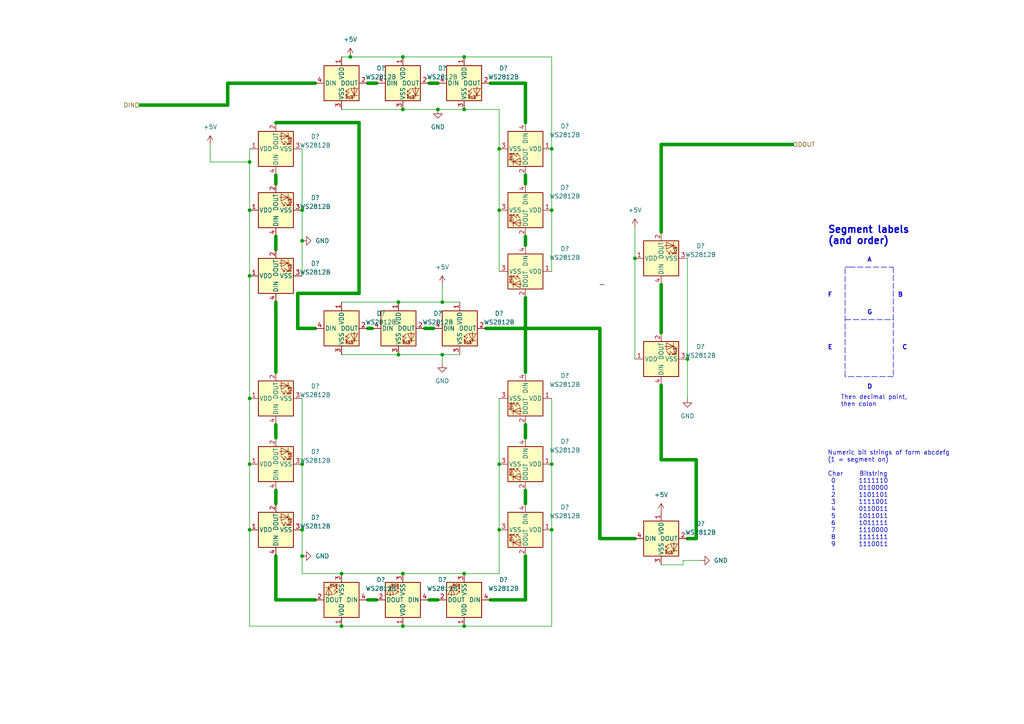
<source format=kicad_sch>
(kicad_sch (version 20211123) (generator eeschema)
  (paper "A4")
  (title_block (title "KOALA Clock - Digit") (company "M Chilcott") (comment 1 "6 Identical Digits in Clock"))
  (lib_symbols
    (symbol "LED:WS2812B" (pin_names (offset 0.254))
      (property "Reference" "D" (at 5.08 5.715 0))
      (property "Value" "WS2812B" (at 1.27 -5.715 0))
      (symbol "WS2812B_0_0"
        (text "RGB" (at 2.286 -4.191 0) (effects (font (size 0.762 0.762))))
      )
      (symbol "WS2812B_0_1"
        (polyline (pts (xy 1.27 -3.556) (xy 1.778 -3.556)))
        (polyline (pts (xy 1.27 -2.54) (xy 1.778 -2.54)))
        (polyline (pts (xy 4.699 -3.556) (xy 2.667 -3.556)))
        (polyline (pts (xy 2.286 -2.54) (xy 1.27 -3.556) (xy 1.27 -3.048)))
        (polyline (pts (xy 2.286 -1.524) (xy 1.27 -2.54) (xy 1.27 -2.032)))
        (polyline (pts (xy 3.683 -1.016) (xy 3.683 -3.556) (xy 3.683 -4.064)))
        (polyline (pts (xy 4.699 -1.524) (xy 2.667 -1.524) (xy 3.683 -3.556) (xy 4.699 -1.524)))
        (rectangle (start 5.08 5.08) (end -5.08 -5.08) (stroke (width 0.254)) (fill (type background)))
      )
      (symbol "WS2812B_1_1"
        (pin power_in line (at 0 7.62 270) (length 2.54) (name "VDD") (number "1"))
        (pin output line (at 7.62 0 180) (length 2.54) (name "DOUT") (number "2"))
        (pin power_in line (at 0 -7.62 90) (length 2.54) (name "VSS") (number "3"))
        (pin input line (at -7.62 0 0) (length 2.54) (name "DIN") (number "4"))
      )
    )
    (symbol "power:+5V" (power) (pin_names (offset 0))
      (property "Value" "+5V" (at 0 3.556 0))
      (symbol "+5V_0_1"
        (polyline (pts (xy -0.762 1.27) (xy 0 2.54)))
        (polyline (pts (xy 0 0) (xy 0 2.54)))
        (polyline (pts (xy 0 2.54) (xy 0.762 1.27)))
      )
      (symbol "+5V_1_1"
        (pin power_in line (at 0 0 90) (length 0) hide (name "+5V") (number "1"))
      )
    )
    (symbol "power:GND" (power) (pin_names (offset 0))
      (property "Value" "GND" (at 0 -3.81 0))
      (symbol "GND_0_1"
        (polyline (pts (xy 0 0) (xy 0 -1.27) (xy 1.27 -1.27) (xy 0 -2.54) (xy -1.27 -1.27) (xy 0 -1.27)))
      )
      (symbol "GND_1_1"
        (pin power_in line (at 0 0 270) (length 0) hide (name "GND") (number "1"))
      )
    )
  )
  (junction (at 144.78 43.18))
  (junction (at 116.84 166.37))
  (junction (at 160.02 134.62))
  (junction (at 99.06 181.61))
  (junction (at 87.63 161.29))
  (junction (at 128.27 87.63))
  (junction (at 184.15 74.93))
  (junction (at 101.6 16.51))
  (junction (at 87.63 153.67))
  (junction (at 160.02 43.18))
  (junction (at 72.39 153.67))
  (junction (at 127 31.75))
  (junction (at 160.02 60.96))
  (junction (at 72.39 115.57))
  (junction (at 134.62 166.37))
  (junction (at 116.84 16.51))
  (junction (at 99.06 166.37))
  (junction (at 144.78 134.62))
  (junction (at 144.78 153.67))
  (junction (at 116.84 31.75))
  (junction (at 72.39 134.62))
  (junction (at 87.63 134.62))
  (junction (at 134.62 181.61))
  (junction (at 199.39 104.14))
  (junction (at 116.84 181.61))
  (junction (at 72.39 60.96))
  (junction (at 128.27 102.87))
  (junction (at 87.63 69.85))
  (junction (at 87.63 60.96))
  (junction (at 134.62 16.51))
  (junction (at 72.39 46.99))
  (junction (at 115.57 102.87))
  (junction (at 160.02 153.67))
  (junction (at 134.62 31.75))
  (junction (at 144.78 60.96))
  (junction (at 72.39 80.01))
  (junction (at 115.57 87.63))
  (wire (pts (xy 99.06 87.63) (xy 115.57 87.63)))
  (wire (pts (xy 134.62 181.61) (xy 116.84 181.61)))
  (wire (pts (xy 152.4 173.99) (xy 142.24 173.99)) (stroke (width 1)))
  (wire (pts (xy 128.27 102.87) (xy 128.27 105.41)))
  (wire (pts (xy 87.63 43.18) (xy 87.63 60.96)))
  (wire (pts (xy 104.14 35.56) (xy 104.14 85.09)) (stroke (width 1)))
  (wire (pts (xy 128.27 82.55) (xy 128.27 87.63)))
  (wire (pts (xy 144.78 31.75) (xy 144.78 43.18)))
  (polyline (pts (xy 245.11 77.47) (xy 246.38 77.47)))
  (wire (pts (xy 144.78 43.18) (xy 144.78 60.96)))
  (wire (pts (xy 86.36 95.25) (xy 91.44 95.25)) (stroke (width 1)))
  (wire (pts (xy 87.63 161.29) (xy 87.63 166.37)))
  (wire (pts (xy 99.06 31.75) (xy 116.84 31.75)))
  (wire (pts (xy 80.01 35.56) (xy 104.14 35.56)) (stroke (width 1)))
  (wire (pts (xy 191.77 163.83) (xy 198.12 163.83)))
  (polyline (pts (xy 259.08 77.47) (xy 259.08 109.22)))
  (wire (pts (xy 80.01 68.58) (xy 80.01 72.39)) (stroke (width 1)))
  (wire (pts (xy 60.96 41.91) (xy 60.96 46.99)))
  (wire (pts (xy 160.02 134.62) (xy 160.02 153.67)))
  (wire (pts (xy 144.78 166.37) (xy 134.62 166.37)))
  (wire (pts (xy 160.02 115.57) (xy 160.02 134.62)))
  (wire (pts (xy 80.01 161.29) (xy 80.01 173.99)) (stroke (width 1)))
  (wire (pts (xy 87.63 166.37) (xy 99.06 166.37)))
  (wire (pts (xy 124.46 24.13) (xy 127 24.13)) (stroke (width 1)))
  (wire (pts (xy 91.44 173.99) (xy 80.01 173.99)) (stroke (width 1)))
  (wire (pts (xy 124.46 173.99) (xy 127 173.99)) (stroke (width 1)))
  (wire (pts (xy 115.57 102.87) (xy 128.27 102.87)))
  (wire (pts (xy 134.62 16.51) (xy 160.02 16.51)))
  (wire (pts (xy 144.78 115.57) (xy 144.78 134.62)))
  (wire (pts (xy 72.39 115.57) (xy 72.39 134.62)))
  (wire (pts (xy 116.84 16.51) (xy 134.62 16.51)))
  (wire (pts (xy 198.12 162.56) (xy 203.2 162.56)))
  (wire (pts (xy 152.4 123.19) (xy 152.4 127)) (stroke (width 1)))
  (wire (pts (xy 99.06 181.61) (xy 72.39 181.61)))
  (wire (pts (xy 152.4 68.58) (xy 152.4 71.12)) (stroke (width 1)))
  (wire (pts (xy 160.02 153.67) (xy 160.02 181.61)))
  (wire (pts (xy 128.27 102.87) (xy 133.35 102.87)))
  (wire (pts (xy 134.62 31.75) (xy 144.78 31.75)))
  (polyline (pts (xy 246.38 77.47) (xy 259.08 77.47)))
  (wire (pts (xy 80.01 87.63) (xy 80.01 107.95)) (stroke (width 1)))
  (wire (pts (xy 86.36 85.09) (xy 86.36 95.25)) (stroke (width 1)))
  (wire (pts (xy 199.39 156.21) (xy 201.93 156.21)) (stroke (width 1)))
  (wire (pts (xy 123.19 95.25) (xy 125.73 95.25)) (stroke (width 1)))
  (wire (pts (xy 191.77 41.91) (xy 229.87 41.91)) (stroke (width 1)))
  (wire (pts (xy 152.4 161.29) (xy 152.4 173.99)) (stroke (width 1)))
  (wire (pts (xy 184.15 66.04) (xy 184.15 74.93)))
  (wire (pts (xy 87.63 115.57) (xy 87.63 134.62)))
  (wire (pts (xy 106.68 24.13) (xy 109.22 24.13)) (stroke (width 1)))
  (wire (pts (xy 66.04 24.13) (xy 91.44 24.13)) (stroke (width 1)))
  (wire (pts (xy 142.24 24.13) (xy 152.4 24.13)) (stroke (width 1)))
  (wire (pts (xy 72.39 43.18) (xy 72.39 46.99)))
  (wire (pts (xy 191.77 111.76) (xy 191.77 133.35)) (stroke (width 1)))
  (wire (pts (xy 116.84 181.61) (xy 99.06 181.61)))
  (wire (pts (xy 87.63 69.85) (xy 87.63 80.01)))
  (polyline (pts (xy 259.08 109.22) (xy 245.11 109.22)))
  (wire (pts (xy 99.06 16.51) (xy 101.6 16.51)))
  (wire (pts (xy 80.01 123.19) (xy 80.01 127)) (stroke (width 1)))
  (polyline (pts (xy 245.11 92.71) (xy 259.08 92.71)))
  (wire (pts (xy 201.93 156.21) (xy 201.93 133.35)) (stroke (width 1)))
  (wire (pts (xy 201.93 133.35) (xy 191.77 133.35)) (stroke (width 1)))
  (wire (pts (xy 199.39 104.14) (xy 199.39 115.57)))
  (wire (pts (xy 80.01 50.8) (xy 80.01 53.34)) (stroke (width 1)))
  (wire (pts (xy 191.77 67.31) (xy 191.77 41.91)) (stroke (width 1)))
  (wire (pts (xy 134.62 166.37) (xy 116.84 166.37)))
  (polyline (pts (xy 173.99 82.55) (xy 175.26 82.55)))
  (wire (pts (xy 128.27 87.63) (xy 133.35 87.63)))
  (wire (pts (xy 60.96 46.99) (xy 72.39 46.99)))
  (wire (pts (xy 115.57 87.63) (xy 128.27 87.63)))
  (wire (pts (xy 72.39 60.96) (xy 72.39 80.01)))
  (wire (pts (xy 160.02 16.51) (xy 160.02 43.18)))
  (wire (pts (xy 106.68 95.25) (xy 107.95 95.25)) (stroke (width 1)))
  (wire (pts (xy 106.68 173.99) (xy 109.22 173.99)) (stroke (width 1)))
  (wire (pts (xy 87.63 153.67) (xy 87.63 161.29)))
  (wire (pts (xy 99.06 102.87) (xy 115.57 102.87)))
  (wire (pts (xy 152.4 24.13) (xy 152.4 35.56)) (stroke (width 1)))
  (wire (pts (xy 198.12 163.83) (xy 198.12 162.56)))
  (wire (pts (xy 160.02 60.96) (xy 160.02 78.74)))
  (wire (pts (xy 144.78 60.96) (xy 144.78 78.74)))
  (wire (pts (xy 144.78 134.62) (xy 144.78 153.67)))
  (wire (pts (xy 160.02 181.61) (xy 134.62 181.61)))
  (wire (pts (xy 173.99 156.21) (xy 173.99 95.25)) (stroke (width 1)))
  (wire (pts (xy 101.6 16.51) (xy 116.84 16.51)))
  (wire (pts (xy 72.39 46.99) (xy 72.39 60.96)))
  (wire (pts (xy 116.84 166.37) (xy 99.06 166.37)))
  (wire (pts (xy 127 31.75) (xy 134.62 31.75)))
  (wire (pts (xy 66.04 30.48) (xy 66.04 24.13)) (stroke (width 1)))
  (wire (pts (xy 173.99 95.25) (xy 140.97 95.25)) (stroke (width 1)))
  (wire (pts (xy 104.14 85.09) (xy 86.36 85.09)) (stroke (width 1)))
  (wire (pts (xy 152.4 86.36) (xy 152.4 107.95)) (stroke (width 1)))
  (wire (pts (xy 199.39 74.93) (xy 199.39 104.14)))
  (wire (pts (xy 184.15 74.93) (xy 184.15 104.14)))
  (polyline (pts (xy 245.11 109.22) (xy 245.11 77.47)))
  (wire (pts (xy 152.4 50.8) (xy 152.4 53.34)) (stroke (width 1)))
  (wire (pts (xy 80.01 142.24) (xy 80.01 146.05)) (stroke (width 1)))
  (wire (pts (xy 72.39 153.67) (xy 72.39 181.61)))
  (wire (pts (xy 160.02 43.18) (xy 160.02 60.96)))
  (wire (pts (xy 152.4 142.24) (xy 152.4 146.05)) (stroke (width 1)))
  (wire (pts (xy 72.39 80.01) (xy 72.39 115.57)))
  (wire (pts (xy 144.78 153.67) (xy 144.78 166.37)))
  (wire (pts (xy 40.64 30.48) (xy 66.04 30.48)) (stroke (width 1)))
  (wire (pts (xy 87.63 134.62) (xy 87.63 153.67)))
  (wire (pts (xy 184.15 156.21) (xy 173.99 156.21)) (stroke (width 1)))
  (wire (pts (xy 72.39 134.62) (xy 72.39 153.67)))
  (wire (pts (xy 191.77 82.55) (xy 191.77 96.52)) (stroke (width 1)))
  (wire (pts (xy 116.84 31.75) (xy 127 31.75)))
  (wire (pts (xy 87.63 60.96) (xy 87.63 69.85)))
  (text "F" (at 240.03 86.36 0) (effects (font (size 1.27 1.27) (thickness 0.254) bold) (justify left bottom)))
  (text "G" (at 251.46 91.44 0) (effects (font (size 1.27 1.27) (thickness 0.254) bold) (justify left bottom)))
  (text "Numeric bit strings of form abcdefg\n(1 = segment on)\n\nChar     Bitstring \n 0       1111110 \n 1       0110000 \n 2       1101101 \n 3       1111001 \n 4       0110011 \n 5       1011011 \n 6       1011111 \n 7       1110000 \n 8       1111111 \n 9       1110011 " (at 240.03 158.75 0) (effects (font (size 1.27 1.27)) (justify left bottom)))
  (text "A" (at 251.46 76.2 0) (effects (font (size 1.27 1.27) (thickness 0.254) bold) (justify left bottom)))
  (text "Segment labels\n(and order)" (at 240.03 71.12 0) (effects (font (size 2 2) (thickness 0.4) bold) (justify left bottom)))
  (text "B" (at 260.35 86.36 0) (effects (font (size 1.27 1.27) (thickness 0.254) bold) (justify left bottom)))
  (text "D" (at 251.46 113.03 0) (effects (font (size 1.27 1.27) (thickness 0.254) bold) (justify left bottom)))
  (text "C" (at 261.62 101.6 0) (effects (font (size 1.27 1.27) (thickness 0.254) bold) (justify left bottom)))
  (text "E" (at 240.03 101.6 0) (effects (font (size 1.27 1.27) (thickness 0.254) bold) (justify left bottom)))
  (text "Then decimal point,\nthen colon" (at 243.84 118.11 0) (effects (font (size 1.27 1.27)) (justify left bottom)))
  (hierarchical_label "DIN" (shape input) (at 40.64 30.48 180))
  (hierarchical_label "DOUT" (shape input) (at 229.87 41.91 0))
  (symbol (lib_id "LED:WS2812B") (at 191.77 74.93 90) (unit 1)
    (property "Reference" "D?" (at 203.2 71.3486 90))
    (property "Value" "WS2812B" (at 203.2 73.8886 90))
    (property "Footprint" "LED_SMD:LED_WS2812B_PLCC4_5.0x5.0mm_P3.2mm" (effects hide))
    (property "Datasheet" "https://cdn-shop.adafruit.com/datasheets/WS2812B.pdf" (effects hide))
  )
  (symbol (lib_id "LED:WS2812B") (at 152.4 43.18 270) (unit 1)
    (property "Reference" "D?" (at 163.83 36.6012 90))
    (property "Value" "WS2812B" (at 163.83 39.1412 90))
    (property "Footprint" "LED_SMD:LED_WS2812B_PLCC4_5.0x5.0mm_P3.2mm" (effects hide))
    (property "Datasheet" "https://cdn-shop.adafruit.com/datasheets/WS2812B.pdf" (effects hide))
  )
  (symbol (lib_id "power:GND") (at 203.2 162.56 90) (unit 1)
    (property "Reference" "#PWR?" (effects hide))
    (property "Value" "GND" (at 207.01 162.5599 90) (effects (justify right)))
  )
  (symbol (lib_id "LED:WS2812B") (at 80.01 134.62 90) (unit 1)
    (property "Reference" "D?" (at 91.44 131.0386 90))
    (property "Value" "WS2812B" (at 91.44 133.5786 90))
    (property "Footprint" "LED_SMD:LED_WS2812B_PLCC4_5.0x5.0mm_P3.2mm" (effects hide))
    (property "Datasheet" "https://cdn-shop.adafruit.com/datasheets/WS2812B.pdf" (effects hide))
  )
  (symbol (lib_id "power:GND") (at 87.63 161.29 90) (unit 1)
    (property "Reference" "#PWR?" (effects hide))
    (property "Value" "GND" (at 91.44 161.2899 90) (effects (justify right)))
  )
  (symbol (lib_id "LED:WS2812B") (at 152.4 134.62 270) (unit 1)
    (property "Reference" "D?" (at 163.83 128.0412 90))
    (property "Value" "WS2812B" (at 163.83 130.5812 90))
    (property "Footprint" "LED_SMD:LED_WS2812B_PLCC4_5.0x5.0mm_P3.2mm" (effects hide))
    (property "Datasheet" "https://cdn-shop.adafruit.com/datasheets/WS2812B.pdf" (effects hide))
  )
  (symbol (lib_id "LED:WS2812B") (at 152.4 60.96 270) (unit 1)
    (property "Reference" "D?" (at 163.83 54.3812 90))
    (property "Value" "WS2812B" (at 163.83 56.9212 90))
    (property "Footprint" "LED_SMD:LED_WS2812B_PLCC4_5.0x5.0mm_P3.2mm" (effects hide))
    (property "Datasheet" "https://cdn-shop.adafruit.com/datasheets/WS2812B.pdf" (effects hide))
  )
  (symbol (lib_id "power:+5V") (at 60.96 41.91 0) (unit 1)
    (property "Reference" "#PWR?" (effects hide))
    (property "Value" "+5V" (at 60.96 36.83 0))
  )
  (symbol (lib_id "power:+5V") (at 191.77 148.59 0) (unit 1)
    (property "Reference" "#PWR?" (effects hide))
    (property "Value" "+5V" (at 191.77 143.51 0))
  )
  (symbol (lib_id "power:GND") (at 128.27 105.41 0) (unit 1)
    (property "Reference" "#PWR?" (effects hide))
    (property "Value" "GND" (at 128.27 110.49 0))
  )
  (symbol (lib_id "power:GND") (at 127 31.75 0) (unit 1)
    (property "Reference" "#PWR?" (effects hide))
    (property "Value" "GND" (at 127 36.83 0))
  )
  (symbol (lib_id "LED:WS2812B") (at 99.06 95.25 0) (unit 1)
    (property "Reference" "D?" (at 110.49 90.9193 0))
    (property "Value" "WS2812B" (at 110.49 93.4593 0))
    (property "Footprint" "LED_SMD:LED_WS2812B_PLCC4_5.0x5.0mm_P3.2mm" (effects hide))
    (property "Datasheet" "https://cdn-shop.adafruit.com/datasheets/WS2812B.pdf" (effects hide))
  )
  (symbol (lib_id "LED:WS2812B") (at 116.84 173.99 180) (unit 1)
    (property "Reference" "D?" (at 128.27 168.1605 0))
    (property "Value" "WS2812B" (at 128.27 170.7005 0))
    (property "Footprint" "LED_SMD:LED_WS2812B_PLCC4_5.0x5.0mm_P3.2mm" (effects hide))
    (property "Datasheet" "https://cdn-shop.adafruit.com/datasheets/WS2812B.pdf" (effects hide))
  )
  (symbol (lib_id "LED:WS2812B") (at 134.62 173.99 180) (unit 1)
    (property "Reference" "D?" (at 146.05 168.1605 0))
    (property "Value" "WS2812B" (at 146.05 170.7005 0))
    (property "Footprint" "LED_SMD:LED_WS2812B_PLCC4_5.0x5.0mm_P3.2mm" (effects hide))
    (property "Datasheet" "https://cdn-shop.adafruit.com/datasheets/WS2812B.pdf" (effects hide))
  )
  (symbol (lib_id "LED:WS2812B") (at 152.4 78.74 270) (unit 1)
    (property "Reference" "D?" (at 163.83 72.1612 90))
    (property "Value" "WS2812B" (at 163.83 74.7012 90))
    (property "Footprint" "LED_SMD:LED_WS2812B_PLCC4_5.0x5.0mm_P3.2mm" (effects hide))
    (property "Datasheet" "https://cdn-shop.adafruit.com/datasheets/WS2812B.pdf" (effects hide))
  )
  (symbol (lib_id "LED:WS2812B") (at 99.06 173.99 180) (unit 1)
    (property "Reference" "D?" (at 110.49 168.1605 0))
    (property "Value" "WS2812B" (at 110.49 170.7005 0))
    (property "Footprint" "LED_SMD:LED_WS2812B_PLCC4_5.0x5.0mm_P3.2mm" (effects hide))
    (property "Datasheet" "https://cdn-shop.adafruit.com/datasheets/WS2812B.pdf" (effects hide))
  )
  (symbol (lib_id "LED:WS2812B") (at 191.77 156.21 0) (unit 1)
    (property "Reference" "D?" (at 203.2 151.8793 0))
    (property "Value" "WS2812B" (at 203.2 154.4193 0))
    (property "Footprint" "LED_SMD:LED_WS2812B_PLCC4_5.0x5.0mm_P3.2mm" (effects hide))
    (property "Datasheet" "https://cdn-shop.adafruit.com/datasheets/WS2812B.pdf" (effects hide))
  )
  (symbol (lib_id "LED:WS2812B") (at 152.4 115.57 270) (unit 1)
    (property "Reference" "D?" (at 163.83 108.9912 90))
    (property "Value" "WS2812B" (at 163.83 111.5312 90))
    (property "Footprint" "LED_SMD:LED_WS2812B_PLCC4_5.0x5.0mm_P3.2mm" (effects hide))
    (property "Datasheet" "https://cdn-shop.adafruit.com/datasheets/WS2812B.pdf" (effects hide))
  )
  (symbol (lib_id "power:GND") (at 199.39 115.57 0) (unit 1)
    (property "Reference" "#PWR?" (effects hide))
    (property "Value" "GND" (at 199.39 120.65 0))
  )
  (symbol (lib_id "LED:WS2812B") (at 116.84 24.13 0) (unit 1)
    (property "Reference" "D?" (at 128.27 19.7993 0))
    (property "Value" "WS2812B" (at 128.27 22.3393 0))
    (property "Footprint" "LED_SMD:LED_WS2812B_PLCC4_5.0x5.0mm_P3.2mm" (effects hide))
    (property "Datasheet" "https://cdn-shop.adafruit.com/datasheets/WS2812B.pdf" (effects hide))
  )
  (symbol (lib_id "LED:WS2812B") (at 80.01 80.01 90) (unit 1)
    (property "Reference" "D?" (at 91.44 76.4286 90))
    (property "Value" "WS2812B" (at 91.44 78.9686 90))
    (property "Footprint" "LED_SMD:LED_WS2812B_PLCC4_5.0x5.0mm_P3.2mm" (effects hide))
    (property "Datasheet" "https://cdn-shop.adafruit.com/datasheets/WS2812B.pdf" (effects hide))
  )
  (symbol (lib_id "LED:WS2812B") (at 152.4 153.67 270) (unit 1)
    (property "Reference" "D?" (at 163.83 147.0912 90))
    (property "Value" "WS2812B" (at 163.83 149.6312 90))
    (property "Footprint" "LED_SMD:LED_WS2812B_PLCC4_5.0x5.0mm_P3.2mm" (effects hide))
    (property "Datasheet" "https://cdn-shop.adafruit.com/datasheets/WS2812B.pdf" (effects hide))
  )
  (symbol (lib_id "LED:WS2812B") (at 115.57 95.25 0) (unit 1)
    (property "Reference" "D?" (at 127 90.9193 0))
    (property "Value" "WS2812B" (at 127 93.4593 0))
    (property "Footprint" "LED_SMD:LED_WS2812B_PLCC4_5.0x5.0mm_P3.2mm" (effects hide))
    (property "Datasheet" "https://cdn-shop.adafruit.com/datasheets/WS2812B.pdf" (effects hide))
  )
  (symbol (lib_id "power:+5V") (at 101.6 16.51 0) (unit 1)
    (property "Reference" "#PWR?" (effects hide))
    (property "Value" "+5V" (at 101.6 11.43 0))
  )
  (symbol (lib_id "LED:WS2812B") (at 80.01 43.18 90) (unit 1)
    (property "Reference" "D?" (at 91.44 39.5986 90))
    (property "Value" "WS2812B" (at 91.44 42.1386 90))
    (property "Footprint" "LED_SMD:LED_WS2812B_PLCC4_5.0x5.0mm_P3.2mm" (effects hide))
    (property "Datasheet" "https://cdn-shop.adafruit.com/datasheets/WS2812B.pdf" (effects hide))
  )
  (symbol (lib_id "power:+5V") (at 184.15 66.04 0) (unit 1)
    (property "Reference" "#PWR?" (effects hide))
    (property "Value" "+5V" (at 184.15 60.96 0))
  )
  (symbol (lib_id "power:GND") (at 87.63 69.85 90) (unit 1)
    (property "Reference" "#PWR?" (effects hide))
    (property "Value" "GND" (at 91.44 69.8499 90) (effects (justify right)))
  )
  (symbol (lib_id "LED:WS2812B") (at 80.01 115.57 90) (unit 1)
    (property "Reference" "D?" (at 91.44 111.9886 90))
    (property "Value" "WS2812B" (at 91.44 114.5286 90))
    (property "Footprint" "LED_SMD:LED_WS2812B_PLCC4_5.0x5.0mm_P3.2mm" (effects hide))
    (property "Datasheet" "https://cdn-shop.adafruit.com/datasheets/WS2812B.pdf" (effects hide))
  )
  (symbol (lib_id "LED:WS2812B") (at 80.01 153.67 90) (unit 1)
    (property "Reference" "D?" (at 91.44 150.0886 90))
    (property "Value" "WS2812B" (at 91.44 152.6286 90))
    (property "Footprint" "LED_SMD:LED_WS2812B_PLCC4_5.0x5.0mm_P3.2mm" (effects hide))
    (property "Datasheet" "https://cdn-shop.adafruit.com/datasheets/WS2812B.pdf" (effects hide))
  )
  (symbol (lib_id "LED:WS2812B") (at 80.01 60.96 90) (unit 1)
    (property "Reference" "D?" (at 91.44 57.3786 90))
    (property "Value" "WS2812B" (at 91.44 59.9186 90))
    (property "Footprint" "LED_SMD:LED_WS2812B_PLCC4_5.0x5.0mm_P3.2mm" (effects hide))
    (property "Datasheet" "https://cdn-shop.adafruit.com/datasheets/WS2812B.pdf" (effects hide))
  )
  (symbol (lib_id "LED:WS2812B") (at 99.06 24.13 0) (unit 1)
    (property "Reference" "D?" (at 110.49 19.7993 0))
    (property "Value" "WS2812B" (at 110.49 22.3393 0))
    (property "Footprint" "LED_SMD:LED_WS2812B_PLCC4_5.0x5.0mm_P3.2mm" (effects hide))
    (property "Datasheet" "https://cdn-shop.adafruit.com/datasheets/WS2812B.pdf" (effects hide))
  )
  (symbol (lib_id "power:+5V") (at 128.27 82.55 0) (unit 1)
    (property "Reference" "#PWR?" (effects hide))
    (property "Value" "+5V" (at 128.27 77.47 0))
  )
  (symbol (lib_id "LED:WS2812B") (at 191.77 104.14 90) (unit 1)
    (property "Reference" "D?" (at 203.2 100.5586 90))
    (property "Value" "WS2812B" (at 203.2 103.0986 90))
    (property "Footprint" "LED_SMD:LED_WS2812B_PLCC4_5.0x5.0mm_P3.2mm" (effects hide))
    (property "Datasheet" "https://cdn-shop.adafruit.com/datasheets/WS2812B.pdf" (effects hide))
  )
  (symbol (lib_id "LED:WS2812B") (at 133.35 95.25 0) (unit 1)
    (property "Reference" "D?" (at 144.78 90.9193 0))
    (property "Value" "WS2812B" (at 144.78 93.4593 0))
    (property "Footprint" "LED_SMD:LED_WS2812B_PLCC4_5.0x5.0mm_P3.2mm" (effects hide))
    (property "Datasheet" "https://cdn-shop.adafruit.com/datasheets/WS2812B.pdf" (effects hide))
  )
  (symbol (lib_id "LED:WS2812B") (at 134.62 24.13 0) (unit 1)
    (property "Reference" "D?" (at 146.05 19.7993 0))
    (property "Value" "WS2812B" (at 146.05 22.3393 0))
    (property "Footprint" "LED_SMD:LED_WS2812B_PLCC4_5.0x5.0mm_P3.2mm" (effects hide))
    (property "Datasheet" "https://cdn-shop.adafruit.com/datasheets/WS2812B.pdf" (effects hide))
  )
)
</source>
